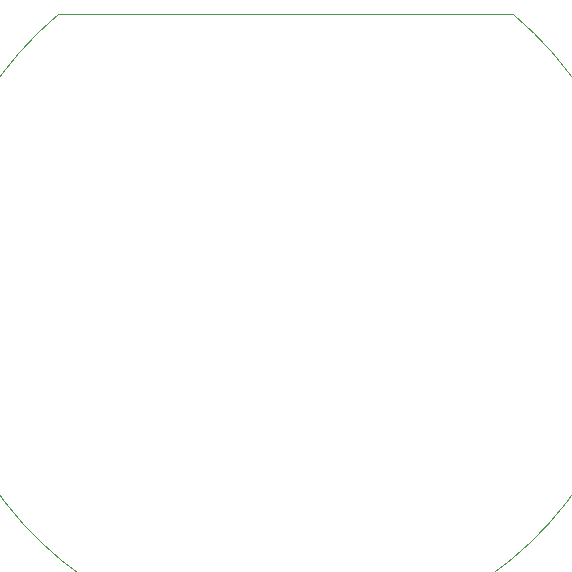
<source format=gbr>
%TF.GenerationSoftware,KiCad,Pcbnew,7.0.10*%
%TF.CreationDate,2024-02-08T00:21:35+01:00*%
%TF.ProjectId,robot_pcb,726f626f-745f-4706-9362-2e6b69636164,rev?*%
%TF.SameCoordinates,Original*%
%TF.FileFunction,Profile,NP*%
%FSLAX46Y46*%
G04 Gerber Fmt 4.6, Leading zero omitted, Abs format (unit mm)*
G04 Created by KiCad (PCBNEW 7.0.10) date 2024-02-08 00:21:35*
%MOMM*%
%LPD*%
G01*
G04 APERTURE LIST*
%TA.AperFunction,Profile*%
%ADD10C,0.100000*%
%TD*%
G04 APERTURE END LIST*
D10*
X169261360Y-77000000D02*
X130738640Y-77000000D01*
X130738640Y-77000000D02*
G75*
G03*
X169261360Y-77000000I19261360J-22999998D01*
G01*
M02*

</source>
